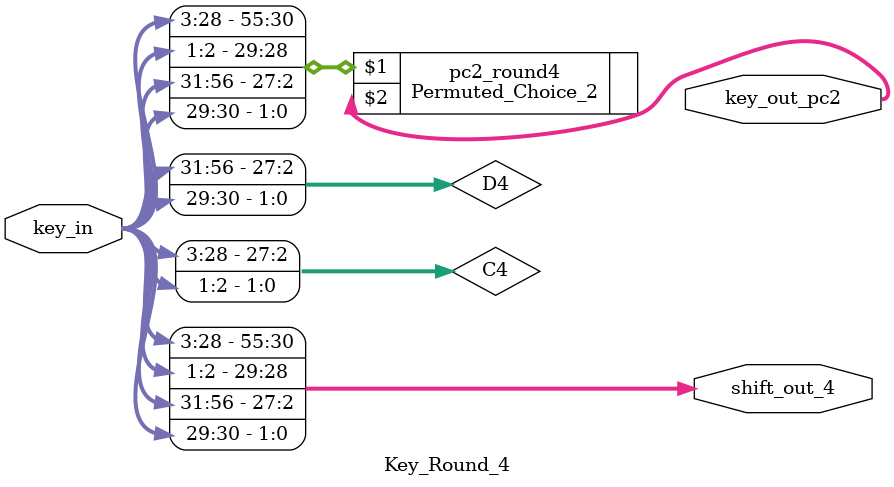
<source format=v>
`timescale 1ns / 1ps
module Key_Round_4(
    input [1:56] key_in,
    output [1:56] shift_out_4,
    output [1:48] key_out_pc2
    );

wire [1:28] C4,D4;
assign C4={key_in[3:28],key_in[1:2]};
assign D4={key_in[31:56],key_in[29:30]};
assign shift_out_4={C4,D4};

Permuted_Choice_2 pc2_round4(shift_out_4, key_out_pc2);
endmodule

</source>
